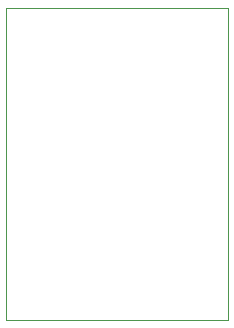
<source format=gbr>
G04 #@! TF.GenerationSoftware,KiCad,Pcbnew,(5.1.5)-3*
G04 #@! TF.CreationDate,2020-03-16T23:27:22+01:00*
G04 #@! TF.ProjectId,switch,73776974-6368-42e6-9b69-6361645f7063,rev?*
G04 #@! TF.SameCoordinates,PX18f3350PY2d4c310*
G04 #@! TF.FileFunction,Legend,Bot*
G04 #@! TF.FilePolarity,Positive*
%FSLAX46Y46*%
G04 Gerber Fmt 4.6, Leading zero omitted, Abs format (unit mm)*
G04 Created by KiCad (PCBNEW (5.1.5)-3) date 2020-03-16 23:27:22*
%MOMM*%
%LPD*%
G04 APERTURE LIST*
%ADD10C,0.050000*%
G04 APERTURE END LIST*
D10*
X18796000Y26416000D02*
X0Y26416000D01*
X18796000Y0D02*
X18796000Y26416000D01*
X0Y0D02*
X18796000Y0D01*
X0Y26416000D02*
X0Y0D01*
M02*

</source>
